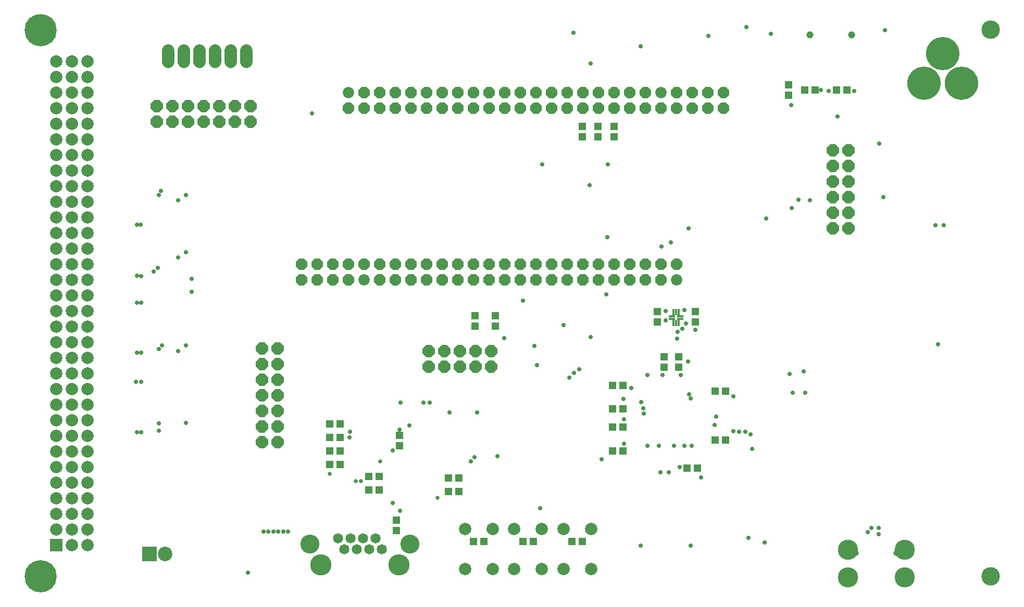
<source format=gbr>
G04 EAGLE Gerber RS-274X export*
G75*
%MOMM*%
%FSLAX34Y34*%
%LPD*%
%INSoldermask Bottom*%
%IPPOS*%
%AMOC8*
5,1,8,0,0,1.08239X$1,22.5*%
G01*
%ADD10C,3.003200*%
%ADD11R,1.003200X0.403200*%
%ADD12R,0.403200X1.003200*%
%ADD13R,2.003200X2.003200*%
%ADD14C,2.003200*%
%ADD15C,5.243200*%
%ADD16C,1.003200*%
%ADD17C,3.281200*%
%ADD18C,1.849119*%
%ADD19P,2.001468X8X202.500000*%
%ADD20P,2.001468X8X22.500000*%
%ADD21P,2.199416X8X22.500000*%
%ADD22C,2.032000*%
%ADD23C,5.423200*%
%ADD24R,1.303200X1.203200*%
%ADD25R,1.203200X1.303200*%
%ADD26P,2.199416X8X292.500000*%
%ADD27P,2.199416X8X112.500000*%
%ADD28C,1.153200*%
%ADD29C,1.643200*%
%ADD30C,3.083200*%
%ADD31C,3.453200*%
%ADD32R,2.363200X2.363200*%
%ADD33C,2.363200*%
%ADD34C,0.705600*%
%ADD35C,0.655600*%


D10*
X1572000Y38000D03*
X1572000Y928000D03*
D11*
X1067900Y461500D03*
X1067900Y457500D03*
D12*
X1064900Y450500D03*
X1060900Y450500D03*
X1056900Y450500D03*
D11*
X1053900Y457500D03*
X1053900Y461500D03*
D12*
X1056900Y468500D03*
X1060900Y468500D03*
X1064900Y468500D03*
D13*
X53000Y88900D03*
D14*
X53000Y114300D03*
X53000Y139700D03*
X53000Y165100D03*
X53000Y190500D03*
X53000Y215900D03*
X53000Y241300D03*
X53000Y266700D03*
X53000Y292100D03*
X53000Y317500D03*
X53000Y342900D03*
X53000Y368300D03*
X53000Y393700D03*
X53000Y419100D03*
X53000Y444500D03*
X53000Y469900D03*
X53000Y495300D03*
X53000Y520700D03*
X53000Y546100D03*
X53000Y571500D03*
X53000Y596900D03*
X53000Y622300D03*
X53000Y647700D03*
X53000Y673100D03*
X53000Y698500D03*
X53000Y723900D03*
X53000Y749300D03*
X53000Y774700D03*
X53000Y800100D03*
X53000Y825500D03*
X53000Y850900D03*
X53000Y876300D03*
X78400Y88900D03*
X78400Y114300D03*
X78400Y139700D03*
X78400Y165100D03*
X78400Y190500D03*
X78400Y215900D03*
X78400Y241300D03*
X78400Y266700D03*
X78400Y292100D03*
X78400Y317500D03*
X78400Y342900D03*
X78400Y368300D03*
X78400Y393700D03*
X78400Y419100D03*
X78400Y444500D03*
X78400Y469900D03*
X78400Y495300D03*
X78400Y520700D03*
X78400Y546100D03*
X78400Y571500D03*
X78400Y596900D03*
X78400Y622300D03*
X78400Y647700D03*
X78400Y673100D03*
X78400Y698500D03*
X78400Y723900D03*
X78400Y749300D03*
X78400Y774700D03*
X78400Y800100D03*
X78400Y825500D03*
X78400Y850900D03*
X78400Y876300D03*
X103800Y88900D03*
X103800Y114300D03*
X103800Y139700D03*
X103800Y165100D03*
X103800Y190500D03*
X103800Y215900D03*
X103800Y241300D03*
X103800Y266700D03*
X103800Y292100D03*
X103800Y317500D03*
X103800Y342900D03*
X103800Y368300D03*
X103800Y393700D03*
X103800Y419100D03*
X103800Y444500D03*
X103800Y469900D03*
X103800Y495300D03*
X103800Y520700D03*
X103800Y546100D03*
X103800Y571500D03*
X103800Y596900D03*
X103800Y622300D03*
X103800Y647700D03*
X103800Y673100D03*
X103800Y698500D03*
X103800Y723900D03*
X103800Y749300D03*
X103800Y774700D03*
X103800Y800100D03*
X103800Y825500D03*
X103800Y850900D03*
X103800Y876300D03*
D15*
X27600Y38100D03*
X27600Y927100D03*
D16*
X1352900Y76200D03*
X1418900Y76200D03*
D17*
X1339800Y81800D03*
X1432000Y81800D03*
X1339800Y36800D03*
X1432000Y36800D03*
D18*
X1061974Y520700D03*
D19*
X1061974Y546100D03*
X1036574Y520700D03*
X1036574Y546100D03*
X1011174Y520700D03*
X1011174Y546100D03*
X985774Y520700D03*
X985774Y546100D03*
X960374Y520700D03*
X960374Y546100D03*
X934974Y520700D03*
X934974Y546100D03*
X909574Y520700D03*
X909574Y546100D03*
X884174Y520700D03*
X884174Y546100D03*
X858774Y520700D03*
X858774Y546100D03*
X833374Y520700D03*
X833374Y546100D03*
X807974Y520700D03*
X807974Y546100D03*
X782574Y520700D03*
X782574Y546100D03*
X757174Y520700D03*
X757174Y546100D03*
X731774Y520700D03*
X731774Y546100D03*
X706374Y520700D03*
X706374Y546100D03*
X680974Y520700D03*
X680974Y546100D03*
X655574Y520700D03*
X655574Y546100D03*
X630174Y520700D03*
X630174Y546100D03*
X604774Y520700D03*
X604774Y546100D03*
X579374Y520700D03*
X579374Y546100D03*
D18*
X553974Y520700D03*
D19*
X553974Y546100D03*
X528574Y520700D03*
X528574Y546100D03*
X503174Y520700D03*
X503174Y546100D03*
X477774Y520700D03*
X477774Y546100D03*
X452374Y520700D03*
X452374Y546100D03*
D18*
X528574Y825500D03*
D20*
X528574Y800100D03*
X553974Y825500D03*
X553974Y800100D03*
X579374Y825500D03*
X579374Y800100D03*
X604774Y825500D03*
X604774Y800100D03*
X630174Y825500D03*
X630174Y800100D03*
X655574Y825500D03*
X655574Y800100D03*
X680974Y825500D03*
X680974Y800100D03*
X706374Y825500D03*
X706374Y800100D03*
X731774Y825500D03*
X731774Y800100D03*
X757174Y825500D03*
X757174Y800100D03*
X782574Y825500D03*
X782574Y800100D03*
X807974Y825500D03*
X807974Y800100D03*
X833374Y825500D03*
X833374Y800100D03*
X858774Y825500D03*
X858774Y800100D03*
X884174Y825500D03*
X884174Y800100D03*
X909574Y825500D03*
X909574Y800100D03*
X934974Y825500D03*
X934974Y800100D03*
X960374Y825500D03*
X960374Y800100D03*
X985774Y825500D03*
X985774Y800100D03*
X1011174Y825500D03*
X1011174Y800100D03*
D18*
X1036574Y825500D03*
D20*
X1036574Y800100D03*
X1061974Y825500D03*
X1061974Y800100D03*
X1087374Y825500D03*
X1087374Y800100D03*
X1112774Y825500D03*
X1112774Y800100D03*
X1138174Y825500D03*
X1138174Y800100D03*
D21*
X216200Y778600D03*
X241600Y778600D03*
X267000Y778600D03*
X292400Y778600D03*
X317800Y778600D03*
X343200Y778600D03*
X216200Y804000D03*
X241600Y804000D03*
X267000Y804000D03*
X292400Y804000D03*
X317800Y804000D03*
X343200Y804000D03*
X368600Y778600D03*
X368600Y804000D03*
D22*
X235500Y875656D02*
X235500Y893944D01*
X260900Y893944D02*
X260900Y875656D01*
X286300Y875656D02*
X286300Y893944D01*
X311700Y893944D02*
X311700Y875656D01*
X337100Y875656D02*
X337100Y893944D01*
X362500Y893944D02*
X362500Y875656D01*
D23*
X1463400Y841100D03*
X1494400Y889100D03*
X1524400Y841100D03*
D24*
X974500Y311000D03*
X957500Y311000D03*
X974500Y281000D03*
X957500Y281000D03*
X1141500Y260000D03*
X1124500Y260000D03*
D25*
X1041000Y378500D03*
X1041000Y395500D03*
D24*
X1141500Y340000D03*
X1124500Y340000D03*
X974500Y349000D03*
X957500Y349000D03*
D25*
X1065000Y378500D03*
X1065000Y395500D03*
D24*
X974500Y242000D03*
X957500Y242000D03*
X1078500Y214000D03*
X1095500Y214000D03*
D26*
X387300Y409200D03*
X387300Y383800D03*
X387300Y358400D03*
X387300Y333000D03*
X387300Y307600D03*
X387300Y282200D03*
X412700Y409200D03*
X412700Y383800D03*
X412700Y358400D03*
X412700Y333000D03*
X412700Y307600D03*
X412700Y282200D03*
X387300Y256800D03*
X412700Y256800D03*
D21*
X658200Y379300D03*
X683600Y379300D03*
X709000Y379300D03*
X734400Y379300D03*
X759800Y379300D03*
X658200Y404700D03*
X683600Y404700D03*
X709000Y404700D03*
X734400Y404700D03*
X759800Y404700D03*
D27*
X1340700Y604500D03*
X1340700Y629900D03*
X1340700Y655300D03*
X1340700Y680700D03*
X1340700Y706100D03*
X1340700Y731500D03*
X1315300Y604500D03*
X1315300Y629900D03*
X1315300Y655300D03*
X1315300Y680700D03*
X1315300Y706100D03*
X1315300Y731500D03*
D25*
X1092000Y469000D03*
X1092000Y452000D03*
X1030200Y452000D03*
X1030200Y469000D03*
D28*
X1346006Y919840D03*
X1278006Y919840D03*
D24*
X1321500Y830000D03*
X1338500Y830000D03*
D29*
X562300Y82250D03*
X521500Y82250D03*
X541900Y82250D03*
X582700Y82250D03*
X511300Y100050D03*
X572500Y100050D03*
X552100Y100050D03*
X531700Y100050D03*
D30*
X465750Y91150D03*
X628250Y91150D03*
D31*
X483500Y56850D03*
X610500Y56850D03*
D24*
X767000Y462500D03*
X767000Y445500D03*
X734000Y445500D03*
X734000Y462500D03*
D25*
X611000Y267500D03*
X611000Y250500D03*
X1286500Y830000D03*
X1269500Y830000D03*
D24*
X1244000Y821500D03*
X1244000Y838500D03*
D25*
X960000Y753500D03*
X960000Y770500D03*
X934000Y753500D03*
X934000Y770500D03*
X908000Y753500D03*
X908000Y770500D03*
D14*
X762500Y115500D03*
X762500Y50500D03*
X717500Y115500D03*
X717500Y50500D03*
X842500Y115500D03*
X842500Y50500D03*
X797500Y115500D03*
X797500Y50500D03*
X922500Y115500D03*
X922500Y50500D03*
X877500Y115500D03*
X877500Y50500D03*
D25*
X731500Y95000D03*
X748500Y95000D03*
X811500Y95000D03*
X828500Y95000D03*
X891500Y95000D03*
X908500Y95000D03*
D32*
X205000Y75000D03*
D33*
X230400Y75000D03*
D25*
X707500Y176000D03*
X690500Y176000D03*
X561500Y179000D03*
X578500Y179000D03*
X514500Y220000D03*
X497500Y220000D03*
X690500Y198000D03*
X707500Y198000D03*
X497500Y242000D03*
X514500Y242000D03*
X578500Y201000D03*
X561500Y201000D03*
X514500Y264000D03*
X497500Y264000D03*
X497500Y286000D03*
X514500Y286000D03*
D24*
X606000Y112500D03*
X606000Y129500D03*
D34*
X1086000Y251000D03*
X1074000Y251000D03*
X1057000Y251000D03*
X1033000Y251000D03*
X1014000Y251000D03*
X1004000Y322000D03*
X1014000Y366170D03*
X1080000Y388000D03*
X1123000Y285000D03*
X1092000Y440000D03*
X1400000Y927000D03*
X1215000Y921000D03*
X1350000Y828000D03*
X878000Y447000D03*
X1080700Y604500D03*
X894000Y923000D03*
X1113000Y918000D03*
X600000Y243000D03*
X940000Y229000D03*
X1070678Y441174D03*
X835000Y382000D03*
X600000Y158000D03*
X612400Y145000D03*
X613000Y321000D03*
X650000Y321000D03*
X660000Y321000D03*
X220000Y287000D03*
X264000Y288000D03*
X220000Y275694D03*
X225000Y414000D03*
X264000Y414000D03*
X218000Y540000D03*
X264000Y566000D03*
X223000Y666000D03*
X264000Y659000D03*
X430000Y111000D03*
X422000Y111000D03*
X414000Y111000D03*
X406000Y111000D03*
X398000Y111000D03*
X390000Y111000D03*
X530000Y264000D03*
X922000Y428000D03*
X947000Y497000D03*
X469000Y792000D03*
X843000Y709000D03*
X950000Y709000D03*
X949000Y590000D03*
X1378000Y117000D03*
X1390000Y117000D03*
X1049000Y208000D03*
X1372000Y110000D03*
X1390230Y107000D03*
X1035000Y208000D03*
X1154000Y331000D03*
X1154000Y274500D03*
X1204400Y93600D03*
X975000Y327000D03*
X976000Y294000D03*
X1039000Y366000D03*
X1126000Y298000D03*
X1101000Y199000D03*
X1084000Y88600D03*
X1003000Y88600D03*
X1077000Y450000D03*
X1043530Y470470D03*
X1067000Y216000D03*
X976000Y254000D03*
X988000Y345000D03*
X1068000Y366000D03*
X1062000Y425000D03*
X1063000Y436000D03*
X1184000Y246000D03*
X1181426Y269574D03*
X1278000Y650830D03*
X1173000Y274000D03*
X1163088Y274000D03*
X1260000Y651000D03*
X1175000Y932000D03*
X812000Y487000D03*
X781000Y426000D03*
X1487000Y416000D03*
X365000Y44000D03*
X1309000Y828000D03*
X611100Y277300D03*
X770000Y234000D03*
X830000Y413000D03*
X1249000Y638000D03*
X1482000Y610000D03*
X1496000Y610000D03*
X1398000Y655300D03*
X1178000Y101000D03*
X1074000Y472000D03*
X1044000Y455118D03*
X220000Y408000D03*
X251000Y405000D03*
X211694Y534694D03*
X251000Y557000D03*
X220000Y659000D03*
X251000Y650694D03*
X1052000Y582000D03*
X1037000Y575000D03*
X191000Y273000D03*
X190802Y355306D03*
X191000Y402000D03*
X190802Y483306D03*
X191000Y527000D03*
X190694Y610398D03*
X273000Y501000D03*
X184000Y273000D03*
X183000Y355306D03*
X184000Y402000D03*
X184000Y483306D03*
X184000Y528000D03*
X184000Y610306D03*
X273000Y523000D03*
X1207000Y621000D03*
X627000Y284000D03*
X920000Y675000D03*
X733000Y232000D03*
X726978Y225170D03*
X692000Y305000D03*
X737000Y305000D03*
X1391000Y743000D03*
X1323000Y787000D03*
X1296000Y830000D03*
X1248000Y805000D03*
X922000Y873000D03*
X1003000Y901000D03*
X903000Y375000D03*
X895000Y369000D03*
X840000Y149000D03*
X887000Y362000D03*
X1008000Y303000D03*
X1084000Y328000D03*
X1245000Y368000D03*
X1250000Y337000D03*
X1007000Y312000D03*
X1082000Y335000D03*
X1268000Y372000D03*
X1271000Y337000D03*
D35*
X673000Y166000D03*
X548167Y193000D03*
X539833Y193000D03*
X498000Y205000D03*
X580000Y225000D03*
D34*
X531000Y274000D03*
M02*

</source>
